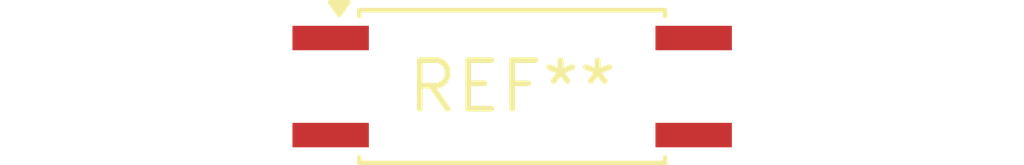
<source format=kicad_pcb>
(kicad_pcb (version 20240108) (generator pcbnew)
  (layers (0 "F.Cu" signal) (31 "B.Cu" signal) (34 "B.Paste" user) (35 "F.Paste" user) (36 "B.SilkS" user "B.Silkscreen") (37 "F.SilkS" user "F.Silkscreen") (38 "B.Mask" user) (39 "F.Mask" user) (44 "Edge.Cuts" user))
  (net 0 "")
  (footprint "SO-4_7.6x3.6mm_P2.54mm" (layer "F.Cu") (at 0 0)
    (property "Reference" "REF**")
    (property "Value" "SO-4_7.6x3.6mm_P2.54mm")
    (fp_line (start -4 -2) (end 4 -2) (layer "F.SilkS") (stroke (width 0.12)))
    (fp_line (start -4 -1.85) (end -4 -2) (layer "F.SilkS") (stroke (width 0.12)))
    (fp_line (start -4 2) (end -4 1.85) (layer "F.SilkS") (stroke (width 0.12)))
    (fp_line (start 4 -2) (end 4 -1.85) (layer "F.SilkS") (stroke (width 0.12)))
    (fp_line (start 4 1.85) (end 4 2) (layer "F.SilkS") (stroke (width 0.12)))
    (fp_line (start 4 2) (end -4 2) (layer "F.SilkS") (stroke (width 0.12)))
    (fp_poly (pts (xy -4.525 -1.875) (xy -4.765 -2.205) (xy -4.285 -2.205) (xy -4.525 -1.875)) (layer "F.SilkS") (stroke (width 0.12)) (fill solid))
    (pad "1" smd rect (at -4.75 -1.27) (size 2 0.64) (layers "F.Cu" "F.Paste" "F.Mask"))
    (pad "2" smd rect (at -4.75 1.27) (size 2 0.64) (layers "F.Cu" "F.Paste" "F.Mask"))
    (pad "3" smd rect (at 4.75 1.27) (size 2 0.64) (layers "F.Cu" "F.Paste" "F.Mask"))
    (pad "4" smd rect (at 4.75 -1.27) (size 2 0.64) (layers "F.Cu" "F.Paste" "F.Mask"))
  )
)
</source>
